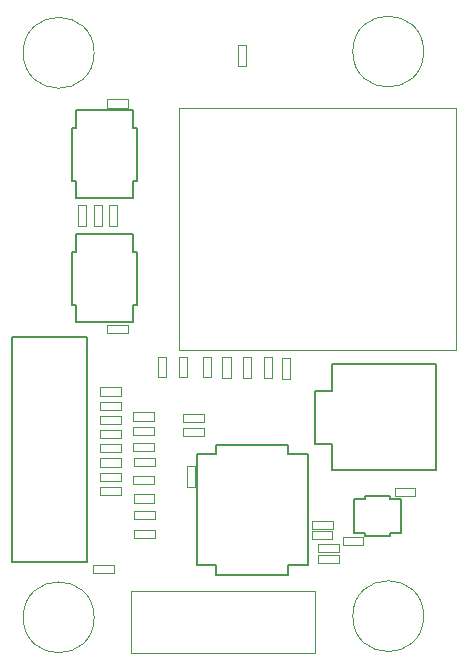
<source format=gbr>
%TF.GenerationSoftware,KiCad,Pcbnew,8.0.7*%
%TF.CreationDate,2025-01-13T12:12:40+05:30*%
%TF.ProjectId,STHDAQ_BX,53544844-4151-45f4-9258-2e6b69636164,rev?*%
%TF.SameCoordinates,Original*%
%TF.FileFunction,Other,User*%
%FSLAX46Y46*%
G04 Gerber Fmt 4.6, Leading zero omitted, Abs format (unit mm)*
G04 Created by KiCad (PCBNEW 8.0.7) date 2025-01-13 12:12:40*
%MOMM*%
%LPD*%
G01*
G04 APERTURE LIST*
%ADD10C,0.127000*%
%ADD11C,0.050000*%
%ADD12C,0.152400*%
G04 APERTURE END LIST*
D10*
%TO.C,P1*%
X205915000Y-110560000D02*
X205915000Y-119560000D01*
X205915000Y-119560000D02*
X197165000Y-119560000D01*
X197165000Y-119560000D02*
X197165000Y-117310000D01*
X197165000Y-117310000D02*
X195665000Y-117310000D01*
X195665000Y-117310000D02*
X195665000Y-112810000D01*
X195665000Y-112810000D02*
X197165000Y-112810000D01*
X197165000Y-112810000D02*
X197165000Y-110560000D01*
X197165000Y-110560000D02*
X205915000Y-110560000D01*
D11*
%TO.C,H4*%
X204900000Y-131900000D02*
G75*
G02*
X198900000Y-131900000I-3000000J0D01*
G01*
X198900000Y-131900000D02*
G75*
G02*
X204900000Y-131900000I3000000J0D01*
G01*
%TO.C,H3*%
X177000000Y-132000000D02*
G75*
G02*
X171000000Y-132000000I-3000000J0D01*
G01*
X171000000Y-132000000D02*
G75*
G02*
X177000000Y-132000000I3000000J0D01*
G01*
%TO.C,H2*%
X177000000Y-84200000D02*
G75*
G02*
X171000000Y-84200000I-3000000J0D01*
G01*
X171000000Y-84200000D02*
G75*
G02*
X177000000Y-84200000I3000000J0D01*
G01*
%TO.C,H1*%
X204900000Y-84100000D02*
G75*
G02*
X198900000Y-84100000I-3000000J0D01*
G01*
X198900000Y-84100000D02*
G75*
G02*
X204900000Y-84100000I3000000J0D01*
G01*
D12*
%TO.C,U2*%
X203020999Y-124888000D02*
X202074100Y-124888000D01*
X203020999Y-121972000D02*
X203020999Y-124888000D01*
X202074100Y-125131800D02*
X199965900Y-125131800D01*
X202074100Y-124888000D02*
X202074100Y-125131800D01*
X202074100Y-121972000D02*
X203020999Y-121972000D01*
X202074100Y-121728200D02*
X202074100Y-121972000D01*
X199965900Y-125131800D02*
X199965900Y-124888000D01*
X199965900Y-124888000D02*
X199019001Y-124888000D01*
X199965900Y-121972000D02*
X199965900Y-121728200D01*
X199965900Y-121728200D02*
X202074100Y-121728200D01*
X199019001Y-124888000D02*
X199019001Y-121972000D01*
X199019001Y-121972000D02*
X199965900Y-121972000D01*
D11*
%TO.C,R13*%
X182420000Y-111690000D02*
X182420000Y-109930000D01*
X183120000Y-111690000D02*
X182420000Y-111690000D01*
X182420000Y-109930000D02*
X183120000Y-109930000D01*
X183120000Y-109930000D02*
X183120000Y-111690000D01*
%TO.C,R8*%
X177510000Y-118540000D02*
X179270000Y-118540000D01*
X177510000Y-119240000D02*
X177510000Y-118540000D01*
X179270000Y-118540000D02*
X179270000Y-119240000D01*
X179270000Y-119240000D02*
X177510000Y-119240000D01*
%TO.C,R1*%
X176950000Y-97120000D02*
X177650000Y-97120000D01*
X176950000Y-98880000D02*
X176950000Y-97120000D01*
X177650000Y-97120000D02*
X177650000Y-98880000D01*
X177650000Y-98880000D02*
X176950000Y-98880000D01*
%TO.C,C9*%
X184507500Y-115940000D02*
X186267500Y-115940000D01*
X184507500Y-116640000D02*
X184507500Y-115940000D01*
X186267500Y-115940000D02*
X186267500Y-116640000D01*
X186267500Y-116640000D02*
X184507500Y-116640000D01*
%TO.C,C1*%
X204200000Y-121730000D02*
X202440000Y-121730000D01*
X204200000Y-121030000D02*
X204200000Y-121730000D01*
X202440000Y-121730000D02*
X202440000Y-121030000D01*
X202440000Y-121030000D02*
X204200000Y-121030000D01*
%TO.C,Y1*%
X180100000Y-129800000D02*
X180100000Y-135000000D01*
X180100000Y-135000000D02*
X195700000Y-135000000D01*
X195700000Y-129800000D02*
X180100000Y-129800000D01*
X195700000Y-135000000D02*
X195700000Y-129800000D01*
%TO.C,C7*%
X178120000Y-107250000D02*
X179880000Y-107250000D01*
X178120000Y-107950000D02*
X178120000Y-107250000D01*
X179880000Y-107250000D02*
X179880000Y-107950000D01*
X179880000Y-107950000D02*
X178120000Y-107950000D01*
%TO.C,C8*%
X184542500Y-114790000D02*
X186302500Y-114790000D01*
X184542500Y-115490000D02*
X184542500Y-114790000D01*
X186302500Y-114790000D02*
X186302500Y-115490000D01*
X186302500Y-115490000D02*
X184542500Y-115490000D01*
%TO.C,R16*%
X193610000Y-110020000D02*
X193610000Y-111780000D01*
X192910000Y-110020000D02*
X193610000Y-110020000D01*
X193610000Y-111780000D02*
X192910000Y-111780000D01*
X192910000Y-111780000D02*
X192910000Y-110020000D01*
%TO.C,C3*%
X178120000Y-88150000D02*
X179880000Y-88150000D01*
X178120000Y-88850000D02*
X178120000Y-88150000D01*
X179880000Y-88150000D02*
X179880000Y-88850000D01*
X179880000Y-88850000D02*
X178120000Y-88850000D01*
D12*
%TO.C,U3*%
X175139100Y-101030752D02*
X175457000Y-101030752D01*
X175139100Y-105526552D02*
X175139100Y-101030752D01*
X175457000Y-99575853D02*
X175457000Y-101030752D01*
X175457000Y-99575853D02*
X180333000Y-99575853D01*
X175457000Y-105526552D02*
X175139100Y-105526552D01*
X175457000Y-106981451D02*
X175457000Y-105526552D01*
X180333000Y-99575853D02*
X180333000Y-101030752D01*
X180333000Y-101030752D02*
X180650900Y-101030752D01*
X180333000Y-106981451D02*
X175457000Y-106981451D01*
X180333000Y-106981451D02*
X180333000Y-105526552D01*
X180650900Y-101030752D02*
X180650900Y-105526552D01*
X180650900Y-105526552D02*
X180333000Y-105526552D01*
%TO.C,J1*%
X170050500Y-108266100D02*
X170050500Y-127333900D01*
X170050500Y-127333900D02*
X176409400Y-127333900D01*
X176409400Y-108266100D02*
X170050500Y-108266100D01*
X176409400Y-127333900D02*
X176409400Y-108266100D01*
D11*
%TO.C,C23*%
X176920000Y-127550000D02*
X178680000Y-127550000D01*
X176920000Y-128250000D02*
X176920000Y-127550000D01*
X178680000Y-127550000D02*
X178680000Y-128250000D01*
X178680000Y-128250000D02*
X176920000Y-128250000D01*
%TO.C,C21*%
X180390000Y-124610000D02*
X182150000Y-124610000D01*
X180390000Y-125310000D02*
X180390000Y-124610000D01*
X182150000Y-124610000D02*
X182150000Y-125310000D01*
X182150000Y-125310000D02*
X180390000Y-125310000D01*
%TO.C,R7*%
X177510000Y-117340000D02*
X179270000Y-117340000D01*
X177510000Y-118040000D02*
X177510000Y-117340000D01*
X179270000Y-117340000D02*
X179270000Y-118040000D01*
X179270000Y-118040000D02*
X177510000Y-118040000D01*
%TO.C,R14*%
X189580000Y-111730000D02*
X189580000Y-109970000D01*
X190280000Y-111730000D02*
X189580000Y-111730000D01*
X189580000Y-109970000D02*
X190280000Y-109970000D01*
X190280000Y-109970000D02*
X190280000Y-111730000D01*
%TO.C,C10*%
X197712500Y-127420000D02*
X195952500Y-127420000D01*
X197712500Y-126720000D02*
X197712500Y-127420000D01*
X195952500Y-127420000D02*
X195952500Y-126720000D01*
X195952500Y-126720000D02*
X197712500Y-126720000D01*
%TO.C,C17*%
X180400000Y-118500000D02*
X182160000Y-118500000D01*
X180400000Y-119200000D02*
X180400000Y-118500000D01*
X182160000Y-118500000D02*
X182160000Y-119200000D01*
X182160000Y-119200000D02*
X180400000Y-119200000D01*
%TO.C,C11*%
X197722500Y-126460000D02*
X195962500Y-126460000D01*
X197722500Y-125760000D02*
X197722500Y-126460000D01*
X195962500Y-126460000D02*
X195962500Y-125760000D01*
X195962500Y-125760000D02*
X197722500Y-125760000D01*
%TO.C,R9*%
X177510000Y-119740000D02*
X179270000Y-119740000D01*
X177510000Y-120440000D02*
X177510000Y-119740000D01*
X179270000Y-119740000D02*
X179270000Y-120440000D01*
X179270000Y-120440000D02*
X177510000Y-120440000D01*
%TO.C,C20*%
X180370000Y-123000000D02*
X182130000Y-123000000D01*
X180370000Y-123700000D02*
X180370000Y-123000000D01*
X182130000Y-123000000D02*
X182130000Y-123700000D01*
X182130000Y-123700000D02*
X180370000Y-123700000D01*
%TO.C,U5*%
X184172500Y-88850000D02*
X207672500Y-88850000D01*
X184172500Y-109350000D02*
X184172500Y-88850000D01*
X207672500Y-88850000D02*
X207672500Y-109350000D01*
X207672500Y-109350000D02*
X184172500Y-109350000D01*
%TO.C,R2*%
X187860000Y-111710000D02*
X187860000Y-109950000D01*
X188560000Y-111710000D02*
X187860000Y-111710000D01*
X187860000Y-109950000D02*
X188560000Y-109950000D01*
X188560000Y-109950000D02*
X188560000Y-111710000D01*
%TO.C,R15*%
X192050000Y-109990000D02*
X192050000Y-111750000D01*
X191350000Y-109990000D02*
X192050000Y-109990000D01*
X192050000Y-111750000D02*
X191350000Y-111750000D01*
X191350000Y-111750000D02*
X191350000Y-109990000D01*
%TO.C,C6*%
X184840000Y-119210000D02*
X185540000Y-119210000D01*
X184840000Y-120970000D02*
X184840000Y-119210000D01*
X185540000Y-119210000D02*
X185540000Y-120970000D01*
X185540000Y-120970000D02*
X184840000Y-120970000D01*
%TO.C,C22*%
X189150000Y-83520000D02*
X189850000Y-83520000D01*
X189150000Y-85280000D02*
X189150000Y-83520000D01*
X189850000Y-83520000D02*
X189850000Y-85280000D01*
X189850000Y-85280000D02*
X189150000Y-85280000D01*
%TO.C,R3*%
X177495000Y-112540000D02*
X179255000Y-112540000D01*
X177495000Y-113240000D02*
X177495000Y-112540000D01*
X179255000Y-112540000D02*
X179255000Y-113240000D01*
X179255000Y-113240000D02*
X177495000Y-113240000D01*
%TO.C,C16*%
X180280000Y-117210000D02*
X182040000Y-117210000D01*
X180280000Y-117910000D02*
X180280000Y-117210000D01*
X182040000Y-117210000D02*
X182040000Y-117910000D01*
X182040000Y-117910000D02*
X180280000Y-117910000D01*
%TO.C,C13*%
X197180000Y-125360000D02*
X195420000Y-125360000D01*
X197180000Y-124660000D02*
X197180000Y-125360000D01*
X195420000Y-125360000D02*
X195420000Y-124660000D01*
X195420000Y-124660000D02*
X197180000Y-124660000D01*
%TO.C,R4*%
X177495000Y-113740000D02*
X179255000Y-113740000D01*
X177495000Y-114440000D02*
X177495000Y-113740000D01*
X179255000Y-113740000D02*
X179255000Y-114440000D01*
X179255000Y-114440000D02*
X177495000Y-114440000D01*
%TO.C,C18*%
X182060000Y-120750000D02*
X180300000Y-120750000D01*
X182060000Y-120050000D02*
X182060000Y-120750000D01*
X180300000Y-120750000D02*
X180300000Y-120050000D01*
X180300000Y-120050000D02*
X182060000Y-120050000D01*
%TO.C,R6*%
X177502500Y-116140000D02*
X179262500Y-116140000D01*
X177502500Y-116840000D02*
X177502500Y-116140000D01*
X179262500Y-116140000D02*
X179262500Y-116840000D01*
X179262500Y-116840000D02*
X177502500Y-116840000D01*
%TO.C,R11*%
X186180000Y-111690000D02*
X186180000Y-109930000D01*
X186880000Y-111690000D02*
X186180000Y-111690000D01*
X186180000Y-109930000D02*
X186880000Y-109930000D01*
X186880000Y-109930000D02*
X186880000Y-111690000D01*
%TO.C,R5*%
X177495000Y-114940000D02*
X179255000Y-114940000D01*
X177495000Y-115640000D02*
X177495000Y-114940000D01*
X179255000Y-114940000D02*
X179255000Y-115640000D01*
X179255000Y-115640000D02*
X177495000Y-115640000D01*
%TO.C,C14*%
X182027500Y-115350000D02*
X180267500Y-115350000D01*
X182027500Y-114650000D02*
X182027500Y-115350000D01*
X180267500Y-115350000D02*
X180267500Y-114650000D01*
X180267500Y-114650000D02*
X182027500Y-114650000D01*
D12*
%TO.C,U4*%
X175139100Y-90530752D02*
X175457000Y-90530752D01*
X175139100Y-95026552D02*
X175139100Y-90530752D01*
X175457000Y-89075853D02*
X175457000Y-90530752D01*
X175457000Y-89075853D02*
X180333000Y-89075853D01*
X175457000Y-95026552D02*
X175139100Y-95026552D01*
X175457000Y-96481451D02*
X175457000Y-95026552D01*
X180333000Y-89075853D02*
X180333000Y-90530752D01*
X180333000Y-90530752D02*
X180650900Y-90530752D01*
X180333000Y-96481451D02*
X175457000Y-96481451D01*
X180333000Y-96481451D02*
X180333000Y-95026552D01*
X180650900Y-90530752D02*
X180650900Y-95026552D01*
X180650900Y-95026552D02*
X180333000Y-95026552D01*
D11*
%TO.C,C5*%
X178250000Y-97120000D02*
X178950000Y-97120000D01*
X178250000Y-98880000D02*
X178250000Y-97120000D01*
X178950000Y-97120000D02*
X178950000Y-98880000D01*
X178950000Y-98880000D02*
X178250000Y-98880000D01*
%TO.C,C12*%
X197200000Y-124520000D02*
X195440000Y-124520000D01*
X197200000Y-123820000D02*
X197200000Y-124520000D01*
X195440000Y-124520000D02*
X195440000Y-123820000D01*
X195440000Y-123820000D02*
X197200000Y-123820000D01*
%TO.C,R12*%
X184160000Y-111690000D02*
X184160000Y-109930000D01*
X184860000Y-111690000D02*
X184160000Y-111690000D01*
X184160000Y-109930000D02*
X184860000Y-109930000D01*
X184860000Y-109930000D02*
X184860000Y-111690000D01*
D12*
%TO.C,U1*%
X185693901Y-118205500D02*
X187352000Y-118205500D01*
X185693901Y-127594500D02*
X185693901Y-118205500D01*
X185693901Y-127594500D02*
X187352000Y-127594500D01*
X187352000Y-117400900D02*
X193448000Y-117400900D01*
X187352000Y-118205500D02*
X187352000Y-117400900D01*
X187352000Y-128399100D02*
X187352000Y-127594500D01*
X193448000Y-117400900D02*
X193448000Y-118205500D01*
X193448000Y-127594500D02*
X193448000Y-128399100D01*
X193448000Y-128399100D02*
X187352000Y-128399100D01*
X195106099Y-118205500D02*
X193448000Y-118205500D01*
X195106099Y-118205500D02*
X195106099Y-127594500D01*
X195106099Y-127594500D02*
X193448000Y-127594500D01*
D11*
%TO.C,C2*%
X199790000Y-125890000D02*
X198030000Y-125890000D01*
X199790000Y-125190000D02*
X199790000Y-125890000D01*
X198030000Y-125890000D02*
X198030000Y-125190000D01*
X198030000Y-125190000D02*
X199790000Y-125190000D01*
%TO.C,R10*%
X177510000Y-120940000D02*
X179270000Y-120940000D01*
X177510000Y-121640000D02*
X177510000Y-120940000D01*
X179270000Y-120940000D02*
X179270000Y-121640000D01*
X179270000Y-121640000D02*
X177510000Y-121640000D01*
%TO.C,C4*%
X175650000Y-97120000D02*
X176350000Y-97120000D01*
X175650000Y-98880000D02*
X175650000Y-97120000D01*
X176350000Y-97120000D02*
X176350000Y-98880000D01*
X176350000Y-98880000D02*
X175650000Y-98880000D01*
%TO.C,C19*%
X182110000Y-122290000D02*
X180350000Y-122290000D01*
X182110000Y-121590000D02*
X182110000Y-122290000D01*
X180350000Y-122290000D02*
X180350000Y-121590000D01*
X180350000Y-121590000D02*
X182110000Y-121590000D01*
%TO.C,C15*%
X180267500Y-115850000D02*
X182027500Y-115850000D01*
X180267500Y-116550000D02*
X180267500Y-115850000D01*
X182027500Y-115850000D02*
X182027500Y-116550000D01*
X182027500Y-116550000D02*
X180267500Y-116550000D01*
%TD*%
M02*

</source>
